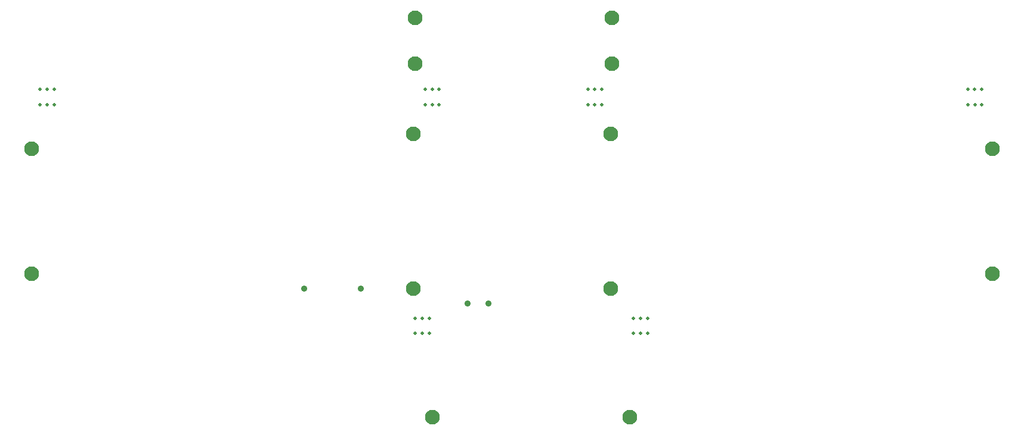
<source format=gbr>
%TF.GenerationSoftware,KiCad,Pcbnew,8.0.4*%
%TF.CreationDate,2024-11-30T23:44:53+01:00*%
%TF.ProjectId,ALL_PCBS,414c4c5f-5043-4425-932e-6b696361645f,rev?*%
%TF.SameCoordinates,Original*%
%TF.FileFunction,NonPlated,1,4,NPTH,Drill*%
%TF.FilePolarity,Positive*%
%FSLAX46Y46*%
G04 Gerber Fmt 4.6, Leading zero omitted, Abs format (unit mm)*
G04 Created by KiCad (PCBNEW 8.0.4) date 2024-11-30 23:44:53*
%MOMM*%
%LPD*%
G01*
G04 APERTURE LIST*
%TA.AperFunction,ComponentDrill*%
%ADD10C,0.500000*%
%TD*%
%TA.AperFunction,ComponentDrill*%
%ADD11C,0.900000*%
%TD*%
%TA.AperFunction,ComponentDrill*%
%ADD12C,2.100000*%
%TD*%
G04 APERTURE END LIST*
D10*
%TO.C,mouse-bite-2.54mm-4.66mm*%
X92330000Y-94530000D03*
X92330000Y-96660000D03*
X93320000Y-94530000D03*
X93330000Y-96660000D03*
X94330000Y-94530000D03*
X94330000Y-96660000D03*
X145610000Y-127070000D03*
X145610000Y-129200000D03*
X146600000Y-127070000D03*
X146610000Y-129200000D03*
X147020000Y-94530000D03*
X147020000Y-96660000D03*
X147610000Y-127070000D03*
X147610000Y-129200000D03*
X148010000Y-94530000D03*
X148020000Y-96660000D03*
X149020000Y-94530000D03*
X149020000Y-96660000D03*
X170110000Y-94530000D03*
X170110000Y-96660000D03*
X171100000Y-94530000D03*
X171110000Y-96660000D03*
X172110000Y-94530000D03*
X172110000Y-96660000D03*
X176600000Y-127070000D03*
X176600000Y-129200000D03*
X177590000Y-127070000D03*
X177600000Y-129200000D03*
X178600000Y-127070000D03*
X178600000Y-129200000D03*
X224060000Y-94530000D03*
X224060000Y-96660000D03*
X225050000Y-94530000D03*
X225060000Y-96660000D03*
X226060000Y-94530000D03*
X226060000Y-96660000D03*
D11*
%TO.C,SD_Card*%
X129880000Y-122870000D03*
X137880000Y-122870000D03*
%TO.C,BOOT*%
X153030000Y-124980000D03*
X156030000Y-124980000D03*
D12*
%TO.C,REF\u002A\u002A*%
X91180000Y-102970000D03*
X91180000Y-120770000D03*
X145380000Y-100870000D03*
X145380000Y-122870000D03*
X145557000Y-84330000D03*
X145557000Y-90830000D03*
X148070000Y-141160000D03*
X173380000Y-100870000D03*
X173380000Y-122870000D03*
X173557000Y-84330000D03*
X173557000Y-90830000D03*
X176070000Y-141160000D03*
X227580000Y-102970000D03*
X227580000Y-120770000D03*
M02*

</source>
